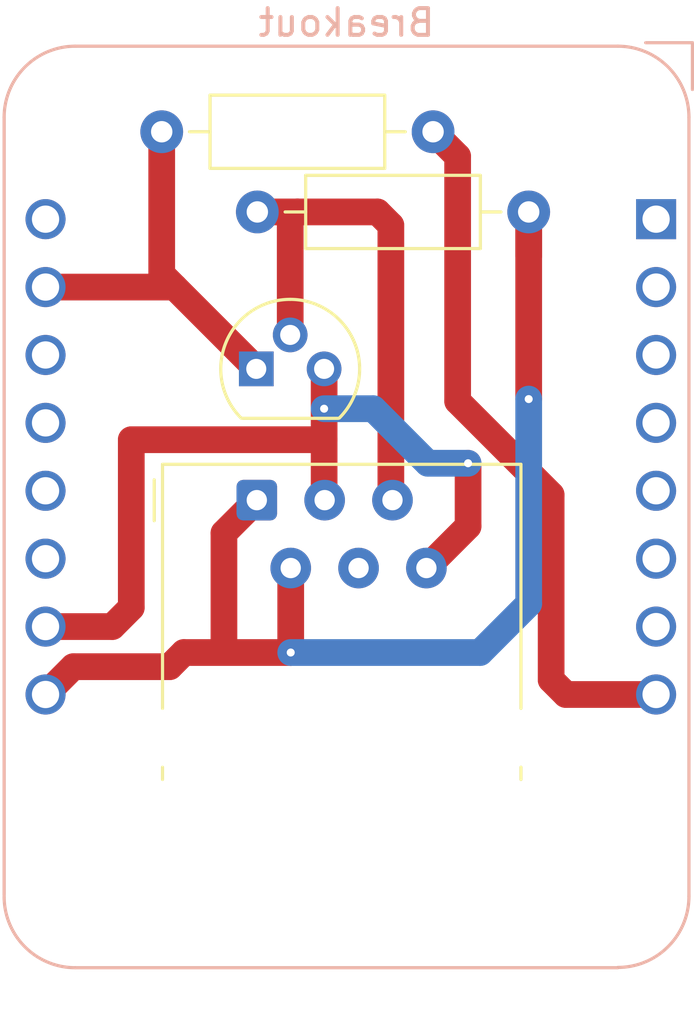
<source format=kicad_pcb>
(kicad_pcb (version 20241229) (generator "pcbnew") (generator_version "9.0")
  (layers (0 "F.Cu" signal) (2 "B.Cu" signal) (13 "F.Paste" user) (15 "B.Paste" user) (5 "F.SilkS" user "F.Silkscreen") (7 "B.SilkS" user "B.Silkscreen") (1 "F.Mask" user) (3 "B.Mask" user) (25 "Edge.Cuts" user))
  (net 0 "")
  (footprint "Connector_RJ:RJ12_Amphenol_54601-x06_Horizontal" (layer "F.Cu") (at 98.48 86.78)
    (property "Reference" "RJ12" (hide yes))
    (property "Value" "RJ12_Amphenol_54601-x06_Horizontal" (hide yes))
    (fp_line (start -3.84 0.77) (end -3.84 -0.76) (stroke (width 0.12)) (layer "F.SilkS"))
    (fp_line (start -3.53 -1.34) (end 9.89 -1.34) (stroke (width 0.12)) (layer "F.SilkS"))
    (fp_line (start -3.53 7.79) (end -3.53 -1.34) (stroke (width 0.12)) (layer "F.SilkS"))
    (fp_line (start -3.53 10.45) (end -3.53 9.99) (stroke (width 0.12)) (layer "F.SilkS"))
    (fp_line (start 9.89 -1.34) (end 9.89 7.79) (stroke (width 0.12)) (layer "F.SilkS"))
    (fp_line (start 9.89 10.45) (end 9.89 9.99) (stroke (width 0.12)) (layer "F.SilkS"))
    (pad "" np_thru_hole circle (at -1.9 8.89) (size 3.25 3.25) (drill 3.25) (layers "*.Cu" "*.Mask"))
    (pad "" np_thru_hole circle (at 8.26 8.89) (size 3.25 3.25) (drill 3.25) (layers "*.Cu" "*.Mask"))
    (pad "1" thru_hole roundrect (at 0 0) (size 1.52 1.52) (drill 0.76) (layers "*.Cu" "*.Mask") (roundrect_rratio 0.1644736842))
    (pad "2" thru_hole circle (at 1.27 2.54) (size 1.52 1.52) (drill 0.76) (layers "*.Cu" "*.Mask"))
    (pad "3" thru_hole circle (at 2.54 0) (size 1.52 1.52) (drill 0.76) (layers "*.Cu" "*.Mask"))
    (pad "4" thru_hole circle (at 3.81 2.54) (size 1.52 1.52) (drill 0.76) (layers "*.Cu" "*.Mask"))
    (pad "5" thru_hole circle (at 5.08 0) (size 1.52 1.52) (drill 0.76) (layers "*.Cu" "*.Mask"))
    (pad "6" thru_hole circle (at 6.35 2.54) (size 1.52 1.52) (drill 0.76) (layers "*.Cu" "*.Mask"))
  )
  (footprint "Resistor_THT:R_Axial_DIN0207_L6.3mm_D2.5mm_P10.16mm_Horizontal" (layer "F.Cu") (at 94.92 73)
    (property "Reference" "R1" (hide yes))
    (property "Value" "10k")
    (fp_line (start 1.04 0) (end 1.81 0) (stroke (width 0.12)) (layer "F.SilkS"))
    (fp_line (start 1.81 -1.37) (end 1.81 1.37) (stroke (width 0.12)) (layer "F.SilkS"))
    (fp_line (start 1.81 1.37) (end 8.35 1.37) (stroke (width 0.12)) (layer "F.SilkS"))
    (fp_line (start 8.35 -1.37) (end 1.81 -1.37) (stroke (width 0.12)) (layer "F.SilkS"))
    (fp_line (start 8.35 1.37) (end 8.35 -1.37) (stroke (width 0.12)) (layer "F.SilkS"))
    (fp_line (start 9.12 0) (end 8.35 0) (stroke (width 0.12)) (layer "F.SilkS"))
    (pad "1" thru_hole circle (at 0 0) (size 1.6 1.6) (drill 0.8) (layers "*.Cu" "*.Mask"))
    (pad "2" thru_hole oval (at 10.16 0) (size 1.6 1.6) (drill 0.8) (layers "*.Cu" "*.Mask"))
  )
  (footprint "Package_TO_SOT_THT:TO-92" (layer "F.Cu") (at 98.46 81.87)
    (property "Reference" "T1" (hide yes))
    (property "Value" "BC-547")
    (fp_line (start -0.53 1.85) (end 3.07 1.85) (stroke (width 0.12)) (layer "F.SilkS"))
    (fp_arc (start -0.568478 1.838478) (mid -1.132087 -0.994977) (end 1.27 -2.6) (stroke (width 0.12)) (layer "F.SilkS"))
    (fp_arc (start 1.27 -2.6) (mid 3.672087 -0.994977) (end 3.108478 1.838478) (stroke (width 0.12)) (layer "F.SilkS"))
    (pad "1" thru_hole rect (at 0 0) (size 1.3 1.3) (drill 0.75) (layers "*.Cu" "*.Mask"))
    (pad "2" thru_hole circle (at 1.27 -1.27) (size 1.3 1.3) (drill 0.75) (layers "*.Cu" "*.Mask"))
    (pad "3" thru_hole circle (at 2.54 0) (size 1.3 1.3) (drill 0.75) (layers "*.Cu" "*.Mask"))
  )
  (footprint "Resistor_THT:R_Axial_DIN0207_L6.3mm_D2.5mm_P10.16mm_Horizontal" (layer "F.Cu") (at 98.5 76)
    (property "Reference" "R2" (hide yes))
    (property "Value" "4,7k")
    (fp_line (start 1.04 0) (end 1.81 0) (stroke (width 0.12)) (layer "F.SilkS"))
    (fp_line (start 1.81 -1.37) (end 1.81 1.37) (stroke (width 0.12)) (layer "F.SilkS"))
    (fp_line (start 1.81 1.37) (end 8.35 1.37) (stroke (width 0.12)) (layer "F.SilkS"))
    (fp_line (start 8.35 -1.37) (end 1.81 -1.37) (stroke (width 0.12)) (layer "F.SilkS"))
    (fp_line (start 8.35 1.37) (end 8.35 -1.37) (stroke (width 0.12)) (layer "F.SilkS"))
    (fp_line (start 9.12 0) (end 8.35 0) (stroke (width 0.12)) (layer "F.SilkS"))
    (pad "1" thru_hole circle (at 0 0) (size 1.6 1.6) (drill 0.8) (layers "*.Cu" "*.Mask"))
    (pad "2" thru_hole oval (at 10.16 0) (size 1.6 1.6) (drill 0.8) (layers "*.Cu" "*.Mask"))
  )
  (footprint "Module:Adafruit_HUZZAH_ESP8266_breakout" (layer "B.Cu") (at 112 76.27 180)
    (property "Reference" "Breakout" (at 10.16 7.35 0) (layer "B.SilkS") (effects (justify mirror)))
    (property "Value" "ESP8266_breakout")
    (fp_line (start 22.98 3.81) (end 22.98 -25.29) (stroke (width 0.12)) (layer "B.SilkS"))
    (fp_line (start 0 6.47) (end 20.32 6.47) (stroke (width 0.12)) (layer "B.SilkS"))
    (fp_line (start 0 -28) (end 20.32 -28) (stroke (width 0.12)) (layer "B.SilkS"))
    (fp_line (start -2.66 3.81) (end -2.66 -25.329096) (stroke (width 0.12)) (layer "B.SilkS"))
    (fp_line (start -2.79 6.6) (end -1.04 6.6) (stroke (width 0.12)) (layer "B.SilkS"))
    (fp_line (start -2.79 4.85) (end -2.79 6.6) (stroke (width 0.12)) (layer "B.SilkS"))
    (fp_arc (start 22.98 3.81) (mid 22.200904 5.690904) (end 20.32 6.47) (stroke (width 0.12)) (layer "B.SilkS"))
    (fp_arc (start 20.32 -28) (mid 22.200904 -27.220904) (end 22.98 -25.34) (stroke (width 0.12)) (layer "B.SilkS"))
    (fp_arc (start 0 6.47) (mid -1.880904 5.690904) (end -2.66 3.81) (stroke (width 0.12)) (layer "B.SilkS"))
    (fp_arc (start -2.66 -25.329096) (mid -1.880904 -27.21) (end 0 -27.989096) (stroke (width 0.12)) (layer "B.SilkS"))
    (pad "1" thru_hole rect (at -1.43 0 180) (size 1.5 1.5) (drill 1.02) (layers "*.Cu" "*.Mask"))
    (pad "2" thru_hole circle (at -1.43 -2.54 180) (size 1.5 1.5) (drill 1.02) (layers "*.Cu" "*.Mask"))
    (pad "3" thru_hole circle (at -1.43 -5.08 180) (size 1.5 1.5) (drill 1.02) (layers "*.Cu" "*.Mask"))
    (pad "4" thru_hole circle (at -1.43 -7.62 180) (size 1.5 1.5) (drill 1.02) (layers "*.Cu" "*.Mask"))
    (pad "5" thru_hole circle (at -1.43 -10.16 180) (size 1.5 1.5) (drill 1.02) (layers "*.Cu" "*.Mask"))
    (pad "6" thru_hole circle (at -1.43 -12.7 180) (size 1.5 1.5) (drill 1.02) (layers "*.Cu" "*.Mask"))
    (pad "7" thru_hole circle (at -1.43 -15.24 180) (size 1.5 1.5) (drill 1.02) (layers "*.Cu" "*.Mask"))
    (pad "8" thru_hole circle (at -1.43 -17.78 180) (size 1.5 1.5) (drill 1.02) (layers "*.Cu" "*.Mask"))
    (pad "9" thru_hole circle (at 21.43 -17.78 180) (size 1.5 1.5) (drill 1.02) (layers "*.Cu" "*.Mask"))
    (pad "10" thru_hole circle (at 21.43 -15.24 180) (size 1.5 1.5) (drill 1.02) (layers "*.Cu" "*.Mask"))
    (pad "11" thru_hole circle (at 21.43 -12.7 180) (size 1.5 1.5) (drill 1.02) (layers "*.Cu" "*.Mask"))
    (pad "12" thru_hole circle (at 21.43 -10.16 180) (size 1.5 1.5) (drill 1.02) (layers "*.Cu" "*.Mask"))
    (pad "13" thru_hole circle (at 21.43 -7.62 180) (size 1.5 1.5) (drill 1.02) (layers "*.Cu" "*.Mask"))
    (pad "14" thru_hole circle (at 21.43 -5.08 180) (size 1.5 1.5) (drill 1.02) (layers "*.Cu" "*.Mask"))
    (pad "15" thru_hole circle (at 21.43 -2.54 180) (size 1.5 1.5) (drill 1.02) (layers "*.Cu" "*.Mask"))
    (pad "16" thru_hole circle (at 21.43 0 180) (size 1.5 1.5) (drill 1.02) (layers "*.Cu" "*.Mask"))
  )
  (segment (start 108.66 76) (end 108.66 83) (width 1) (layer "F.Cu") (net 0))
  (segment (start 97.25 92.17) (end 97.25 88.01) (width 1) (layer "F.Cu") (net 0))
  (segment (start 95.75 92.48) (end 95.22 93.01) (width 1) (layer "F.Cu") (net 0))
  (segment (start 99.75 92.48) (end 95.75 92.48) (width 1) (layer "F.Cu") (net 0))
  (segment (start 106.39 87.76) (end 104.77 89.38) (width 1) (layer "F.Cu") (net 0))
  (segment (start 95.22 93.01) (end 91.61 93.01) (width 1) (layer "F.Cu") (net 0))
  (segment (start 106 73.92) (end 105.08 73) (width 1) (layer "F.Cu") (net 0))
  (segment (start 93.78 84.52) (end 101 84.52) (width 1) (layer "F.Cu") (net 0))
  (segment (start 99.73 80.6) (end 99.73 76.27) (width 1) (layer "F.Cu") (net 0))
  (segment (start 106.39 85.4) (end 106.39 87.76) (width 1) (layer "F.Cu") (net 0))
  (segment (start 94.92 73) (end 94.92 78.33) (width 1) (layer "F.Cu") (net 0))
  (segment (start 110.05 94.05) (end 109.5 93.5) (width 1) (layer "F.Cu") (net 0))
  (segment (start 109.5 86.58) (end 106 83.08) (width 1) (layer "F.Cu") (net 0))
  (segment (start 101 81.87) (end 101 86.76) (width 1) (layer "F.Cu") (net 0))
  (segment (start 103.56 86.78) (end 103.5 86.72) (width 1) (layer "F.Cu") (net 0))
  (segment (start 103 76) (end 100 76) (width 1) (layer "F.Cu") (net 0))
  (segment (start 103.5 86.72) (end 103.5 76.5) (width 1) (layer "F.Cu") (net 0))
  (segment (start 99.73 76.27) (end 100 76) (width 1) (layer "F.Cu") (net 0))
  (segment (start 98.46 81.87) (end 95.4 78.81) (width 1) (layer "F.Cu") (net 0))
  (segment (start 100 76) (end 98.5 76) (width 1) (layer "F.Cu") (net 0))
  (segment (start 106 83.08) (end 106 73.92) (width 1) (layer "F.Cu") (net 0))
  (segment (start 93.78 90.8) (end 93.78 84.52) (width 1) (layer "F.Cu") (net 0))
  (segment (start 113.43 94.05) (end 110.05 94.05) (width 1) (layer "F.Cu") (net 0))
  (segment (start 108.66 76) (end 108.66 77.66) (width 1) (layer "F.Cu") (net 0))
  (segment (start 93.07 91.51) (end 93.78 90.8) (width 1) (layer "F.Cu") (net 0))
  (segment (start 99.75 92.48) (end 99.75 89.32) (width 1) (layer "F.Cu") (net 0))
  (segment (start 90.57 91.51) (end 93.07 91.51) (width 1) (layer "F.Cu") (net 0))
  (segment (start 90.57 78.81) (end 95.4 78.81) (width 1) (layer "F.Cu") (net 0))
  (segment (start 90.57 91.51) (end 92.49 91.51) (width 0.2) (layer "F.Cu") (net 0))
  (segment (start 94.92 78.33) (end 95.4 78.81) (width 1) (layer "F.Cu") (net 0))
  (segment (start 109.5 93.5) (end 109.5 86.58) (width 1) (layer "F.Cu") (net 0))
  (segment (start 97.25 88.01) (end 98.48 86.78) (width 1) (layer "F.Cu") (net 0))
  (segment (start 103.5 76.5) (end 103 76) (width 1) (layer "F.Cu") (net 0))
  (segment (start 91.61 93.01) (end 90.57 94.05) (width 1) (layer "F.Cu") (net 0))
  (segment (start 101 86.76) (end 101.02 86.78) (width 1) (layer "F.Cu") (net 0))
  (via (at 108.66 83) (size 0.6) (drill 0.3) (layers "F.Cu" "B.Cu") (net 0))
  (via (at 101 83.36) (size 0.6) (drill 0.3) (layers "F.Cu" "B.Cu") (net 0))
  (via (at 106.39 85.4) (size 0.6) (drill 0.3) (layers "F.Cu" "B.Cu") (net 0))
  (via (at 99.75 92.48) (size 0.6) (drill 0.3) (layers "F.Cu" "B.Cu") (net 0))
  (segment (start 108.66 83) (end 108.66 90.66) (width 1) (layer "B.Cu") (net 0))
  (segment (start 106.84 92.48) (end 99.75 92.48) (width 1) (layer "B.Cu") (net 0))
  (segment (start 106.39 85.4) (end 104.88 85.4) (width 1) (layer "B.Cu") (net 0))
  (segment (start 108.66 90.66) (end 106.84 92.48) (width 1) (layer "B.Cu") (net 0))
  (segment (start 104.88 85.4) (end 102.84 83.36) (width 1) (layer "B.Cu") (net 0))
  (segment (start 102.84 83.36) (end 101 83.36) (width 1) (layer "B.Cu") (net 0))
)
</source>
